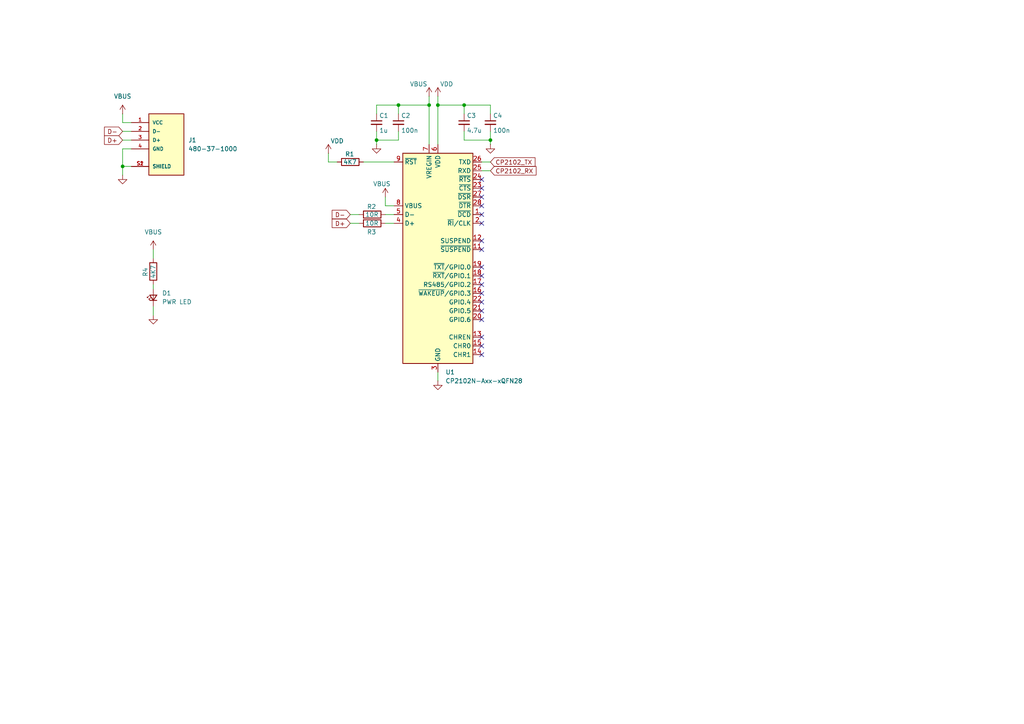
<source format=kicad_sch>
(kicad_sch (version 20231120) (generator "eeschema") (generator_version "8.0")
  (paper "A4")
  (lib_symbols
    (symbol "480-37-1000:480-37-1000" (pin_names (offset 1.016))
      (property "Reference" "J" (at -5.08 8.89 0))
      (property "Value" "480-37-1000" (at -5.08 -12.7 0))
      (symbol "480-37-1000_0_0"
        (rectangle (start -5.08 -10.16) (end 5.08 7.62) (stroke (width 0.254)) (fill (type background)))
        (pin power_in line (at -10.16 5.08 0) (length 5.08) (name "VCC") (number "1"))
        (pin bidirectional line (at -10.16 2.54 0) (length 5.08) (name "D-") (number "2"))
        (pin bidirectional line (at -10.16 0 0) (length 5.08) (name "D+") (number "3"))
        (pin power_in line (at -10.16 -2.54 0) (length 5.08) (name "GND") (number "4"))
        (pin passive line (at -10.16 -7.62 0) (length 5.08) (name "SHIELD") (number "S1"))
        (pin passive line (at -10.16 -7.62 0) (length 5.08) (name "SHIELD") (number "S2"))
      )
    )
    (symbol "Device:C_Small" (pin_numbers hide) (pin_names (offset 0.254) hide)
      (property "Reference" "C" (at 0.254 1.778 0))
      (property "Value" "C_Small" (at 0.254 -2.032 0))
      (symbol "C_Small_0_1"
        (polyline (pts (xy -1.524 -0.508) (xy 1.524 -0.508)) (stroke (width 0.3302)))
        (polyline (pts (xy -1.524 0.508) (xy 1.524 0.508)) (stroke (width 0.3048)))
      )
      (symbol "C_Small_1_1"
        (pin passive line (at 0 2.54 270) (length 2.032) (name "~") (number "1"))
        (pin passive line (at 0 -2.54 90) (length 2.032) (name "~") (number "2"))
      )
    )
    (symbol "Device:LED_Small" (pin_numbers hide) (pin_names (offset 0.254) hide)
      (property "Reference" "D" (at -1.27 3.175 0))
      (property "Value" "LED_Small" (at -4.445 -2.54 0))
      (symbol "LED_Small_0_1"
        (polyline (pts (xy -0.762 -1.016) (xy -0.762 1.016)) (stroke (width 0.254)))
        (polyline (pts (xy 1.016 0) (xy -0.762 0)))
        (polyline (pts (xy 0.762 -1.016) (xy -0.762 0) (xy 0.762 1.016) (xy 0.762 -1.016)) (stroke (width 0.254)))
        (polyline (pts (xy 0 0.762) (xy -0.508 1.27) (xy -0.254 1.27) (xy -0.508 1.27) (xy -0.508 1.016)))
        (polyline (pts (xy 0.508 1.27) (xy 0 1.778) (xy 0.254 1.778) (xy 0 1.778) (xy 0 1.524)))
      )
      (symbol "LED_Small_1_1"
        (pin passive line (at -2.54 0 0) (length 1.778) (name "K") (number "1"))
        (pin passive line (at 2.54 0 180) (length 1.778) (name "A") (number "2"))
      )
    )
    (symbol "Device:R" (pin_numbers hide) (pin_names (offset 0))
      (property "Reference" "R" (at 2.032 0 90))
      (property "Value" "R" (at 0 0 90))
      (symbol "R_0_1"
        (rectangle (start -1.016 -2.54) (end 1.016 2.54) (stroke (width 0.254)))
      )
      (symbol "R_1_1"
        (pin passive line (at 0 3.81 270) (length 1.27) (name "~") (number "1"))
        (pin passive line (at 0 -3.81 90) (length 1.27) (name "~") (number "2"))
      )
    )
    (symbol "Interface_USB:CP2102N-Axx-xQFN28"
      (property "Reference" "U" (at -8.89 31.75 0))
      (property "Value" "CP2102N-Axx-xQFN28" (at 12.7 31.75 0))
      (symbol "CP2102N-Axx-xQFN28_0_1"
        (rectangle (start -10.16 30.48) (end 10.16 -30.48) (stroke (width 0.254)) (fill (type background)))
      )
      (symbol "CP2102N-Axx-xQFN28_1_1"
        (pin input line (at 12.7 12.7 180) (length 2.54) (name "~{DCD}") (number "1"))
        (pin no_connect line (at -10.16 -27.94 0) (length 2.54) hide (name "NC") (number "10"))
        (pin output line (at 12.7 2.54 180) (length 2.54) (name "~{SUSPEND}") (number "11"))
        (pin output line (at 12.7 5.08 180) (length 2.54) (name "SUSPEND") (number "12"))
        (pin output line (at 12.7 -22.86 180) (length 2.54) (name "CHREN") (number "13"))
        (pin output line (at 12.7 -27.94 180) (length 2.54) (name "CHR1") (number "14"))
        (pin output line (at 12.7 -25.4 180) (length 2.54) (name "CHR0") (number "15"))
        (pin bidirectional line (at 12.7 -10.16 180) (length 2.54) (name "~{WAKEUP}/GPIO.3") (number "16"))
        (pin bidirectional line (at 12.7 -7.62 180) (length 2.54) (name "RS485/GPIO.2") (number "17"))
        (pin bidirectional line (at 12.7 -5.08 180) (length 2.54) (name "~{RXT}/GPIO.1") (number "18"))
        (pin bidirectional line (at 12.7 -2.54 180) (length 2.54) (name "~{TXT}/GPIO.0") (number "19"))
        (pin bidirectional line (at 12.7 10.16 180) (length 2.54) (name "~{RI}/CLK") (number "2"))
        (pin bidirectional line (at 12.7 -17.78 180) (length 2.54) (name "GPIO.6") (number "20"))
        (pin bidirectional line (at 12.7 -15.24 180) (length 2.54) (name "GPIO.5") (number "21"))
        (pin bidirectional line (at 12.7 -12.7 180) (length 2.54) (name "GPIO.4") (number "22"))
        (pin input line (at 12.7 20.32 180) (length 2.54) (name "~{CTS}") (number "23"))
        (pin output line (at 12.7 22.86 180) (length 2.54) (name "~{RTS}") (number "24"))
        (pin input line (at 12.7 25.4 180) (length 2.54) (name "RXD") (number "25"))
        (pin output line (at 12.7 27.94 180) (length 2.54) (name "TXD") (number "26"))
        (pin input line (at 12.7 17.78 180) (length 2.54) (name "~{DSR}") (number "27"))
        (pin output line (at 12.7 15.24 180) (length 2.54) (name "~{DTR}") (number "28"))
        (pin passive line (at 0 -33.02 90) (length 2.54) hide (name "GND") (number "29"))
        (pin power_in line (at 0 -33.02 90) (length 2.54) (name "GND") (number "3"))
        (pin bidirectional line (at -12.7 10.16 0) (length 2.54) (name "D+") (number "4"))
        (pin bidirectional line (at -12.7 12.7 0) (length 2.54) (name "D-") (number "5"))
        (pin power_in line (at 0 33.02 270) (length 2.54) (name "VDD") (number "6"))
        (pin power_in line (at -2.54 33.02 270) (length 2.54) (name "VREGIN") (number "7"))
        (pin input line (at -12.7 15.24 0) (length 2.54) (name "VBUS") (number "8"))
        (pin input line (at -12.7 27.94 0) (length 2.54) (name "~{RST}") (number "9"))
      )
    )
    (symbol "power:GND" (power) (pin_numbers hide) (pin_names (offset 0) hide)
      (property "Value" "GND" (at 0 -3.81 0))
      (symbol "GND_0_1"
        (polyline (pts (xy 0 0) (xy 0 -1.27) (xy 1.27 -1.27) (xy 0 -2.54) (xy -1.27 -1.27) (xy 0 -1.27)))
      )
      (symbol "GND_1_1"
        (pin power_in line (at 0 0 270) (length 0) (name "~") (number "1"))
      )
    )
    (symbol "power:VBUS" (power) (pin_numbers hide) (pin_names (offset 0) hide)
      (property "Value" "VBUS" (at 0 3.556 0))
      (symbol "VBUS_0_1"
        (polyline (pts (xy -0.762 1.27) (xy 0 2.54)))
        (polyline (pts (xy 0 0) (xy 0 2.54)))
        (polyline (pts (xy 0 2.54) (xy 0.762 1.27)))
      )
      (symbol "VBUS_1_1"
        (pin power_in line (at 0 0 90) (length 0) (name "~") (number "1"))
      )
    )
    (symbol "power:VDD" (power) (pin_numbers hide) (pin_names (offset 0) hide)
      (property "Value" "VDD" (at 0 3.556 0))
      (symbol "VDD_0_1"
        (polyline (pts (xy -0.762 1.27) (xy 0 2.54)))
        (polyline (pts (xy 0 0) (xy 0 2.54)))
        (polyline (pts (xy 0 2.54) (xy 0.762 1.27)))
      )
      (symbol "VDD_1_1"
        (pin power_in line (at 0 0 90) (length 0) (name "~") (number "1"))
      )
    )
  )
  (junction (at 142.24 40.64))
  (junction (at 115.57 30.48))
  (junction (at 35.56 48.26))
  (junction (at 109.22 40.64))
  (junction (at 127 30.48))
  (junction (at 124.46 30.48))
  (junction (at 134.62 30.48))
  (no_connect (at 139.7 90.17))
  (no_connect (at 139.7 52.07))
  (no_connect (at 139.7 80.01))
  (no_connect (at 139.7 72.39))
  (no_connect (at 139.7 64.77))
  (no_connect (at 139.7 85.09))
  (no_connect (at 139.7 54.61))
  (no_connect (at 139.7 82.55))
  (no_connect (at 139.7 59.69))
  (no_connect (at 139.7 100.33))
  (no_connect (at 139.7 69.85))
  (no_connect (at 139.7 97.79))
  (no_connect (at 139.7 102.87))
  (no_connect (at 139.7 57.15))
  (no_connect (at 139.7 62.23))
  (no_connect (at 139.7 87.63))
  (no_connect (at 139.7 92.71))
  (no_connect (at 139.7 77.47))
  (wire (pts (xy 35.56 33.02) (xy 35.56 35.56)))
  (wire (pts (xy 101.6 64.77) (xy 104.14 64.77)))
  (wire (pts (xy 134.62 38.1) (xy 134.62 40.64)))
  (wire (pts (xy 97.79 46.99) (xy 95.25 46.99)))
  (wire (pts (xy 109.22 33.02) (xy 109.22 30.48)))
  (wire (pts (xy 109.22 40.64) (xy 109.22 41.91)))
  (wire (pts (xy 35.56 48.26) (xy 38.1 48.26)))
  (wire (pts (xy 127 30.48) (xy 127 41.91)))
  (wire (pts (xy 44.45 88.9) (xy 44.45 91.44)))
  (wire (pts (xy 114.3 59.69) (xy 111.76 59.69)))
  (wire (pts (xy 35.56 38.1) (xy 38.1 38.1)))
  (wire (pts (xy 44.45 82.55) (xy 44.45 83.82)))
  (wire (pts (xy 109.22 40.64) (xy 109.22 38.1)))
  (wire (pts (xy 139.7 49.53) (xy 142.24 49.53)))
  (wire (pts (xy 44.45 72.39) (xy 44.45 74.93)))
  (wire (pts (xy 142.24 40.64) (xy 142.24 38.1)))
  (wire (pts (xy 124.46 27.94) (xy 124.46 30.48)))
  (wire (pts (xy 35.56 43.18) (xy 35.56 48.26)))
  (wire (pts (xy 105.41 46.99) (xy 114.3 46.99)))
  (wire (pts (xy 134.62 40.64) (xy 142.24 40.64)))
  (wire (pts (xy 115.57 33.02) (xy 115.57 30.48)))
  (wire (pts (xy 127 107.95) (xy 127 110.49)))
  (wire (pts (xy 35.56 48.26) (xy 35.56 50.8)))
  (wire (pts (xy 127 27.94) (xy 127 30.48)))
  (wire (pts (xy 139.7 46.99) (xy 142.24 46.99)))
  (wire (pts (xy 101.6 62.23) (xy 104.14 62.23)))
  (wire (pts (xy 142.24 33.02) (xy 142.24 30.48)))
  (wire (pts (xy 142.24 30.48) (xy 134.62 30.48)))
  (wire (pts (xy 95.25 46.99) (xy 95.25 44.45)))
  (wire (pts (xy 124.46 30.48) (xy 124.46 41.91)))
  (wire (pts (xy 38.1 43.18) (xy 35.56 43.18)))
  (wire (pts (xy 115.57 38.1) (xy 115.57 40.64)))
  (wire (pts (xy 115.57 40.64) (xy 109.22 40.64)))
  (wire (pts (xy 134.62 30.48) (xy 134.62 33.02)))
  (wire (pts (xy 35.56 35.56) (xy 38.1 35.56)))
  (wire (pts (xy 111.76 64.77) (xy 114.3 64.77)))
  (wire (pts (xy 115.57 30.48) (xy 124.46 30.48)))
  (wire (pts (xy 142.24 40.64) (xy 142.24 41.91)))
  (wire (pts (xy 127 30.48) (xy 134.62 30.48)))
  (wire (pts (xy 111.76 59.69) (xy 111.76 57.15)))
  (wire (pts (xy 35.56 40.64) (xy 38.1 40.64)))
  (wire (pts (xy 111.76 62.23) (xy 114.3 62.23)))
  (wire (pts (xy 109.22 30.48) (xy 115.57 30.48)))
  (global_label "D+" (shape input) (at 35.56 40.64 180) (property "Intersheetrefs" "${INTERSHEET_REFS}" (effects (hide yes))))
  (global_label "CP2102_TX" (shape input) (at 142.24 46.99 0) (property "Intersheetrefs" "${INTERSHEET_REFS}" (effects (hide yes))))
  (global_label "CP2102_RX" (shape input) (at 142.24 49.53 0) (property "Intersheetrefs" "${INTERSHEET_REFS}" (effects (hide yes))))
  (global_label "D-" (shape input) (at 101.6 62.23 180) (property "Intersheetrefs" "${INTERSHEET_REFS}" (effects (hide yes))))
  (global_label "D+" (shape input) (at 101.6 64.77 180) (property "Intersheetrefs" "${INTERSHEET_REFS}" (effects (hide yes))))
  (global_label "D-" (shape input) (at 35.56 38.1 180) (property "Intersheetrefs" "${INTERSHEET_REFS}" (effects (hide yes))))
  (symbol (lib_id "power:VDD") (at 95.25 44.45 0) (unit 1)
    (property "Reference" "#PWR09" (effects (hide yes)))
    (property "Value" "VDD" (at 97.79 40.894 0))
    (property "Description" "Power symbol creates a global label with name \"VDD\"" (effects (hide yes)))
  )
  (symbol (lib_id "Device:C_Small") (at 109.22 35.56 0) (unit 1)
    (property "Reference" "C1" (at 109.982 33.528 0) (effects (justify left)))
    (property "Value" "1u" (at 109.982 37.846 0) (effects (justify left)))
    (property "Description" "Unpolarized capacitor, small symbol" (effects (hide yes)))
  )
  (symbol (lib_id "power:VBUS") (at 35.56 33.02 0) (unit 1)
    (property "Reference" "#PWR04" (effects (hide yes)))
    (property "Value" "VBUS" (at 35.56 27.94 0))
    (property "Description" "Power symbol creates a global label with name \"VBUS\"" (effects (hide yes)))
  )
  (symbol (lib_id "Device:C_Small") (at 134.62 35.56 0) (unit 1)
    (property "Reference" "C3" (at 135.382 33.528 0) (effects (justify left)))
    (property "Value" "4.7u" (at 135.382 37.846 0) (effects (justify left)))
    (property "Description" "Unpolarized capacitor, small symbol" (effects (hide yes)))
  )
  (symbol (lib_id "power:VBUS") (at 111.76 57.15 0) (unit 1)
    (property "Reference" "#PWR02" (effects (hide yes)))
    (property "Value" "VBUS" (at 110.744 53.34 0))
    (property "Description" "Power symbol creates a global label with name \"VBUS\"" (effects (hide yes)))
  )
  (symbol (lib_id "Device:R") (at 107.95 64.77 270) (unit 1)
    (property "Reference" "R3" (at 106.426 67.31 90) (effects (justify left)))
    (property "Value" "10R" (at 105.918 64.77 90) (effects (justify left)))
    (property "Description" "Resistor" (effects (hide yes)))
  )
  (symbol (lib_id "power:VBUS") (at 44.45 72.39 0) (unit 1)
    (property "Reference" "#PWR010" (effects (hide yes)))
    (property "Value" "VBUS" (at 44.45 67.31 0))
    (property "Description" "Power symbol creates a global label with name \"VBUS\"" (effects (hide yes)))
  )
  (symbol (lib_id "Interface_USB:CP2102N-Axx-xQFN28") (at 127 74.93 0) (unit 1)
    (property "Reference" "U1" (at 129.1941 107.95 0) (effects (justify left)))
    (property "Value" "CP2102N-Axx-xQFN28" (at 129.1941 110.49 0) (effects (justify left)))
    (property "Footprint" "Package_DFN_QFN:QFN-28-1EP_5x5mm_P0.5mm_EP3.1x3.1mm_ThermalVias" (effects (hide yes)))
    (property "Datasheet" "https://www.silabs.com/documents/public/data-sheets/cp2102n-datasheet.pdf" (effects (hide yes)))
    (property "Description" "USB to UART master bridge, QFN-28" (effects (hide yes)))
  )
  (symbol (lib_id "power:GND") (at 35.56 50.8 0) (unit 1)
    (property "Reference" "#PWR01" (effects (hide yes)))
    (property "Value" "GND" (effects (hide yes)))
    (property "Description" "Power symbol creates a global label with name \"GND\" , ground" (effects (hide yes)))
  )
  (symbol (lib_id "480-37-1000:480-37-1000") (at 48.26 40.64 0) (unit 1)
    (property "Reference" "J1" (at 54.61 40.6399 0) (effects (justify left)))
    (property "Value" "480-37-1000" (at 54.61 43.1799 0) (effects (justify left)))
    (property "Footprint" "480-37-1000:MOLEX_480-37-1000" (effects (hide yes)))
    (property "MF" "Molex" (effects (hide yes)))
    (property "MAXIMUM_PACKAGE_HEIGHT" "4.6 mm" (effects (hide yes)))
    (property "Package" "None" (effects (hide yes)))
    (property "Price" "None" (effects (hide yes)))
    (property "Check_prices" "https://www.snapeda.com/parts/480-37-1000/Molex/view-part/?ref=eda" (effects (hide yes)))
    (property "STANDARD" "Manufacturer Recommendations" (effects (hide yes)))
    (property "PARTREV" "D" (effects (hide yes)))
    (property "SnapEDA_Link" "https://www.snapeda.com/parts/480-37-1000/Molex/view-part/?ref=snap" (effects (hide yes)))
    (property "MP" "480-37-1000" (effects (hide yes)))
    (property "Description_1" "\nUSB-A (USB TYPE-A) USB 2.0 Plug Connector 4 Position Surface Mount, Right Angle; Through Hole\n" (effects (hide yes)))
    (property "Availability" "In Stock" (effects (hide yes)))
    (property "MANUFACTURER" "Molex" (effects (hide yes)))
  )
  (symbol (lib_id "power:GND") (at 44.45 91.44 0) (unit 1)
    (property "Reference" "#PWR011" (effects (hide yes)))
    (property "Value" "GND" (effects (hide yes)))
    (property "Description" "Power symbol creates a global label with name \"GND\" , ground" (effects (hide yes)))
  )
  (symbol (lib_id "Device:R") (at 101.6 46.99 270) (unit 1)
    (property "Reference" "R1" (at 100.076 44.704 90) (effects (justify left)))
    (property "Value" "4K7" (at 99.568 46.99 90) (effects (justify left)))
    (property "Description" "Resistor" (effects (hide yes)))
  )
  (symbol (lib_id "Device:R") (at 107.95 62.23 270) (unit 1)
    (property "Reference" "R2" (at 106.426 59.944 90) (effects (justify left)))
    (property "Value" "10R" (at 105.918 62.23 90) (effects (justify left)))
    (property "Description" "Resistor" (effects (hide yes)))
  )
  (symbol (lib_id "power:VBUS") (at 124.46 27.94 0) (unit 1)
    (property "Reference" "#PWR05" (effects (hide yes)))
    (property "Value" "VBUS" (at 121.412 24.384 0))
    (property "Description" "Power symbol creates a global label with name \"VBUS\"" (effects (hide yes)))
  )
  (symbol (lib_id "power:VDD") (at 127 27.94 0) (unit 1)
    (property "Reference" "#PWR07" (effects (hide yes)))
    (property "Value" "VDD" (at 129.54 24.384 0))
    (property "Description" "Power symbol creates a global label with name \"VDD\"" (effects (hide yes)))
  )
  (symbol (lib_id "power:GND") (at 109.22 41.91 0) (unit 1)
    (property "Reference" "#PWR06" (effects (hide yes)))
    (property "Value" "GND" (effects (hide yes)))
    (property "Description" "Power symbol creates a global label with name \"GND\" , ground" (effects (hide yes)))
  )
  (symbol (lib_id "Device:LED_Small") (at 44.45 86.36 90) (unit 1)
    (property "Reference" "D1" (at 46.99 85.0264 90) (effects (justify right)))
    (property "Value" "PWR LED" (at 46.99 87.5664 90) (effects (justify right)))
    (property "Description" "Light emitting diode, small symbol" (effects (hide yes)))
  )
  (symbol (lib_id "power:GND") (at 127 110.49 0) (unit 1)
    (property "Reference" "#PWR03" (effects (hide yes)))
    (property "Value" "GND" (effects (hide yes)))
    (property "Description" "Power symbol creates a global label with name \"GND\" , ground" (effects (hide yes)))
  )
  (symbol (lib_id "Device:C_Small") (at 142.24 35.56 0) (unit 1)
    (property "Reference" "C4" (at 143.002 33.528 0) (effects (justify left)))
    (property "Value" "100n" (at 143.002 37.846 0) (effects (justify left)))
    (property "Description" "Unpolarized capacitor, small symbol" (effects (hide yes)))
  )
  (symbol (lib_id "Device:C_Small") (at 115.57 35.56 0) (unit 1)
    (property "Reference" "C2" (at 116.332 33.528 0) (effects (justify left)))
    (property "Value" "100n" (at 116.332 37.846 0) (effects (justify left)))
    (property "Description" "Unpolarized capacitor, small symbol" (effects (hide yes)))
  )
  (symbol (lib_id "Device:R") (at 44.45 78.74 0) (unit 1)
    (property "Reference" "R4" (at 42.164 80.264 90) (effects (justify left)))
    (property "Value" "4K7" (at 44.45 80.772 90) (effects (justify left)))
    (property "Description" "Resistor" (effects (hide yes)))
  )
  (symbol (lib_id "power:GND") (at 142.24 41.91 0) (unit 1)
    (property "Reference" "#PWR08" (effects (hide yes)))
    (property "Value" "GND" (effects (hide yes)))
    (property "Description" "Power symbol creates a global label with name \"GND\" , ground" (effects (hide yes)))
  )
)
</source>
